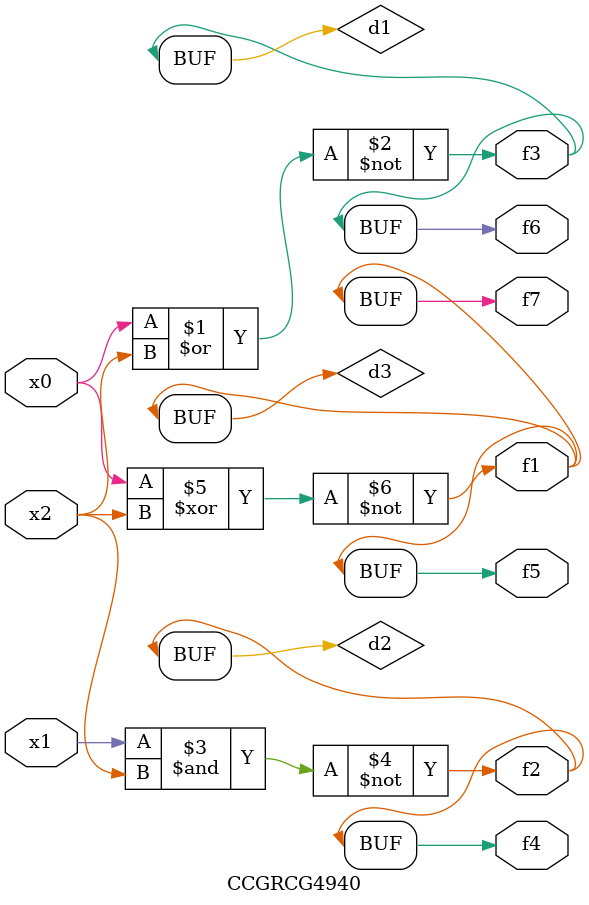
<source format=v>
module CCGRCG4940(
	input x0, x1, x2,
	output f1, f2, f3, f4, f5, f6, f7
);

	wire d1, d2, d3;

	nor (d1, x0, x2);
	nand (d2, x1, x2);
	xnor (d3, x0, x2);
	assign f1 = d3;
	assign f2 = d2;
	assign f3 = d1;
	assign f4 = d2;
	assign f5 = d3;
	assign f6 = d1;
	assign f7 = d3;
endmodule

</source>
